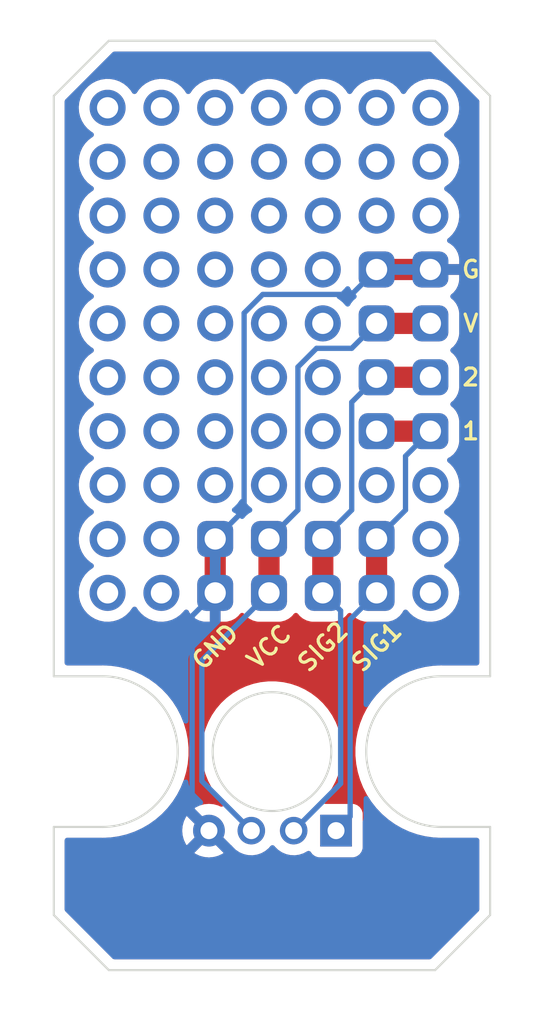
<source format=kicad_pcb>
(kicad_pcb (version 20211014) (generator pcbnew)
  (layers (0 "F.Cu" signal) (31 "B.Cu" signal) (34 "B.Paste" user) (35 "F.Paste" user) (36 "B.SilkS" user "B.Silkscreen") (37 "F.SilkS" user "F.Silkscreen") (38 "B.Mask" user) (39 "F.Mask" user) (44 "Edge.Cuts" user))
  (net 0 "")
  (net 1 "SIG1")
  (net 2 "VCC")
  (net 3 "GND")
  (net 4 "SIG2")
  (footprint "Connector_PinHeader_2.54mm:PinHeader_1x04_P2.54mm_Vertical" (layer "F.Cu") (at 154.94 86.36 180)
    (fp_text reference "REF**" hide)
    (fp_text value "PinHeader_1x04_P2.54mm_Vertical" hide)
    (pad "1" thru_hole roundrect (at 0 0 180) (size 1.7 1.7) (drill 1) (layers *.Cu *.Mask) (net 1 "SIG1"))
    (pad "2" thru_hole roundrect (at 0 2.54 180) (size 1.7 1.7) (drill 1) (layers *.Cu *.Mask) (net 4 "SIG2"))
    (pad "3" thru_hole roundrect (at 0 5.08 180) (size 1.7 1.7) (drill 1) (layers *.Cu *.Mask) (net 2 "VCC"))
    (pad "4" thru_hole roundrect (at 0 7.62 180) (size 1.7 1.7) (drill 1) (layers *.Cu *.Mask) (net 3 "GND"))
  )
  (footprint "Connector_PinSocket_2.54mm:PinSocket_1x07_P2.54mm_Vertical" (layer "F.Cu") (at 142.24 76.2 90)
    (fp_text reference "REF**" hide)
    (fp_text value "PinSocket_1x07_P2.54mm_Vertical" hide)
    (pad "1" thru_hole circle (at 0 0 90) (size 1.7 1.7) (drill 1) (layers *.Cu *.Mask))
    (pad "2" thru_hole oval (at 0 2.54 90) (size 1.7 1.7) (drill 1) (layers *.Cu *.Mask))
    (pad "3" thru_hole oval (at 0 5.08 90) (size 1.7 1.7) (drill 1) (layers *.Cu *.Mask))
    (pad "4" thru_hole oval (at 0 7.62 90) (size 1.7 1.7) (drill 1) (layers *.Cu *.Mask))
    (pad "5" thru_hole oval (at 0 10.16 90) (size 1.7 1.7) (drill 1) (layers *.Cu *.Mask))
    (pad "6" thru_hole oval (at 0 12.7 90) (size 1.7 1.7) (drill 1) (layers *.Cu *.Mask))
    (pad "7" thru_hole oval (at 0 15.24 90) (size 1.7 1.7) (drill 1) (layers *.Cu *.Mask))
  )
  (footprint "Connector_PinSocket_2.54mm:PinSocket_1x07_P2.54mm_Vertical" (layer "F.Cu") (at 142.24 71.12 90)
    (fp_text reference "REF**" hide)
    (fp_text value "PinSocket_1x07_P2.54mm_Vertical" hide)
    (pad "1" thru_hole circle (at 0 0 90) (size 1.7 1.7) (drill 1) (layers *.Cu *.Mask))
    (pad "2" thru_hole oval (at 0 2.54 90) (size 1.7 1.7) (drill 1) (layers *.Cu *.Mask))
    (pad "3" thru_hole oval (at 0 5.08 90) (size 1.7 1.7) (drill 1) (layers *.Cu *.Mask))
    (pad "4" thru_hole oval (at 0 7.62 90) (size 1.7 1.7) (drill 1) (layers *.Cu *.Mask))
    (pad "5" thru_hole oval (at 0 10.16 90) (size 1.7 1.7) (drill 1) (layers *.Cu *.Mask))
    (pad "6" thru_hole oval (at 0 12.7 90) (size 1.7 1.7) (drill 1) (layers *.Cu *.Mask))
    (pad "7" thru_hole oval (at 0 15.24 90) (size 1.7 1.7) (drill 1) (layers *.Cu *.Mask))
  )
  (footprint "0-MyLibrary:Grove-HW4-2.0-90D" (layer "F.Cu") (at 150.025 105.185 180)
    (fp_text reference "J8" hide)
    (fp_text value "I2C_1" hide)
    (pad "1" thru_hole rect (at -3 0 180) (size 1.5 1.5) (drill 0.8) (layers *.Cu *.Mask) (net 1 "SIG1"))
    (pad "2" thru_hole circle (at -1 0 180) (size 1.3 1.3) (drill 0.8) (layers *.Cu *.Mask) (net 4 "SIG2"))
    (pad "3" thru_hole circle (at 1 0 180) (size 1.3 1.3) (drill 0.8) (layers *.Cu *.Mask) (net 2 "VCC"))
    (pad "4" thru_hole circle (at 3 0 180) (size 1.5 1.5) (drill 0.8) (layers *.Cu *.Mask) (net 3 "GND"))
  )
  (footprint "Connector_PinHeader_2.54mm:PinHeader_1x05_P2.54mm_Vertical" (layer "F.Cu") (at 154.94 93.98 -90)
    (fp_text reference "REF**" hide)
    (fp_text value "PinHeader_1x05_P2.54mm_Vertical" hide)
    (pad "1" thru_hole roundrect (at 0 0 270) (size 1.7 1.7) (drill 1) (layers *.Cu *.Mask) (net 1 "SIG1"))
    (pad "2" thru_hole roundrect (at 0 2.54 270) (size 1.7 1.7) (drill 1) (layers *.Cu *.Mask) (net 4 "SIG2"))
    (pad "3" thru_hole roundrect (at 0 5.08 270) (size 1.7 1.7) (drill 1) (layers *.Cu *.Mask) (net 2 "VCC"))
    (pad "4" thru_hole roundrect (at 0 7.62 270) (size 1.7 1.7) (drill 1) (layers *.Cu *.Mask) (net 3 "GND"))
    (pad "5" thru_hole oval (at 0 10.16 270) (size 1.7 1.7) (drill 1) (layers *.Cu *.Mask))
  )
  (footprint "Connector_PinSocket_2.54mm:PinSocket_1x07_P2.54mm_Vertical" (layer "F.Cu") (at 142.24 88.9 90)
    (fp_text reference "REF**" hide)
    (fp_text value "PinSocket_1x07_P2.54mm_Vertical" hide)
    (pad "1" thru_hole circle (at 0 0 90) (size 1.7 1.7) (drill 1) (layers *.Cu *.Mask))
    (pad "2" thru_hole oval (at 0 2.54 90) (size 1.7 1.7) (drill 1) (layers *.Cu *.Mask))
    (pad "3" thru_hole oval (at 0 5.08 90) (size 1.7 1.7) (drill 1) (layers *.Cu *.Mask))
    (pad "4" thru_hole oval (at 0 7.62 90) (size 1.7 1.7) (drill 1) (layers *.Cu *.Mask))
    (pad "5" thru_hole oval (at 0 10.16 90) (size 1.7 1.7) (drill 1) (layers *.Cu *.Mask))
    (pad "6" thru_hole oval (at 0 12.7 90) (size 1.7 1.7) (drill 1) (layers *.Cu *.Mask))
    (pad "7" thru_hole oval (at 0 15.24 90) (size 1.7 1.7) (drill 1) (layers *.Cu *.Mask))
  )
  (footprint "Connector_PinHeader_2.54mm:PinHeader_1x04_P2.54mm_Vertical" (layer "F.Cu") (at 157.48 86.36 180)
    (fp_text reference "REF**" hide)
    (fp_text value "PinHeader_1x04_P2.54mm_Vertical" hide)
    (pad "1" thru_hole roundrect (at 0 0 180) (size 1.7 1.7) (drill 1) (layers *.Cu *.Mask) (net 1 "SIG1"))
    (pad "2" thru_hole roundrect (at 0 2.54 180) (size 1.7 1.7) (drill 1) (layers *.Cu *.Mask) (net 4 "SIG2"))
    (pad "3" thru_hole roundrect (at 0 5.08 180) (size 1.7 1.7) (drill 1) (layers *.Cu *.Mask) (net 2 "VCC"))
    (pad "4" thru_hole roundrect (at 0 7.62 180) (size 1.7 1.7) (drill 1) (layers *.Cu *.Mask) (net 3 "GND"))
  )
  (footprint "Connector_PinHeader_2.54mm:PinHeader_1x05_P2.54mm_Vertical" (layer "F.Cu") (at 154.94 91.44 -90)
    (fp_text reference "REF**" hide)
    (fp_text value "PinHeader_1x05_P2.54mm_Vertical" hide)
    (pad "1" thru_hole roundrect (at 0 0 270) (size 1.7 1.7) (drill 1) (layers *.Cu *.Mask) (net 1 "SIG1"))
    (pad "2" thru_hole roundrect (at 0 2.54 270) (size 1.7 1.7) (drill 1) (layers *.Cu *.Mask) (net 4 "SIG2"))
    (pad "3" thru_hole roundrect (at 0 5.08 270) (size 1.7 1.7) (drill 1) (layers *.Cu *.Mask) (net 2 "VCC"))
    (pad "4" thru_hole roundrect (at 0 7.62 270) (size 1.7 1.7) (drill 1) (layers *.Cu *.Mask) (net 3 "GND"))
    (pad "5" thru_hole oval (at 0 10.16 270) (size 1.7 1.7) (drill 1) (layers *.Cu *.Mask))
  )
  (footprint "Connector_PinSocket_2.54mm:PinSocket_1x07_P2.54mm_Vertical" (layer "F.Cu") (at 142.24 73.66 90)
    (fp_text reference "REF**" hide)
    (fp_text value "PinSocket_1x07_P2.54mm_Vertical" hide)
    (pad "1" thru_hole circle (at 0 0 90) (size 1.7 1.7) (drill 1) (layers *.Cu *.Mask))
    (pad "2" thru_hole oval (at 0 2.54 90) (size 1.7 1.7) (drill 1) (layers *.Cu *.Mask))
    (pad "3" thru_hole oval (at 0 5.08 90) (size 1.7 1.7) (drill 1) (layers *.Cu *.Mask))
    (pad "4" thru_hole oval (at 0 7.62 90) (size 1.7 1.7) (drill 1) (layers *.Cu *.Mask))
    (pad "5" thru_hole oval (at 0 10.16 90) (size 1.7 1.7) (drill 1) (layers *.Cu *.Mask))
    (pad "6" thru_hole oval (at 0 12.7 90) (size 1.7 1.7) (drill 1) (layers *.Cu *.Mask))
    (pad "7" thru_hole oval (at 0 15.24 90) (size 1.7 1.7) (drill 1) (layers *.Cu *.Mask))
  )
  (footprint "Connector_PinHeader_2.54mm:PinHeader_1x04_P2.54mm_Vertical" (layer "F.Cu") (at 149.86 86.36 180)
    (fp_text reference "REF**" hide)
    (fp_text value "PinHeader_1x04_P2.54mm_Vertical" hide)
    (pad "1" thru_hole circle (at 0 0 180) (size 1.7 1.7) (drill 1) (layers *.Cu *.Mask))
    (pad "2" thru_hole oval (at 0 2.54 180) (size 1.7 1.7) (drill 1) (layers *.Cu *.Mask))
    (pad "3" thru_hole oval (at 0 5.08 180) (size 1.7 1.7) (drill 1) (layers *.Cu *.Mask))
    (pad "4" thru_hole oval (at 0 7.62 180) (size 1.7 1.7) (drill 1) (layers *.Cu *.Mask))
  )
  (footprint "Connector_PinHeader_2.54mm:PinHeader_1x04_P2.54mm_Vertical" (layer "F.Cu") (at 152.4 86.36 180)
    (fp_text reference "REF**" hide)
    (fp_text value "PinHeader_1x04_P2.54mm_Vertical" hide)
    (pad "1" thru_hole circle (at 0 0 180) (size 1.7 1.7) (drill 1) (layers *.Cu *.Mask))
    (pad "2" thru_hole oval (at 0 2.54 180) (size 1.7 1.7) (drill 1) (layers *.Cu *.Mask))
    (pad "3" thru_hole oval (at 0 5.08 180) (size 1.7 1.7) (drill 1) (layers *.Cu *.Mask))
    (pad "4" thru_hole oval (at 0 7.62 180) (size 1.7 1.7) (drill 1) (layers *.Cu *.Mask))
  )
  (footprint "Connector_PinHeader_2.54mm:PinHeader_1x04_P2.54mm_Vertical" (layer "F.Cu") (at 144.78 86.36 180)
    (fp_text reference "REF**" hide)
    (fp_text value "PinHeader_1x04_P2.54mm_Vertical" hide)
    (pad "1" thru_hole circle (at 0 0 180) (size 1.7 1.7) (drill 1) (layers *.Cu *.Mask))
    (pad "2" thru_hole oval (at 0 2.54 180) (size 1.7 1.7) (drill 1) (layers *.Cu *.Mask))
    (pad "3" thru_hole oval (at 0 5.08 180) (size 1.7 1.7) (drill 1) (layers *.Cu *.Mask))
    (pad "4" thru_hole oval (at 0 7.62 180) (size 1.7 1.7) (drill 1) (layers *.Cu *.Mask))
  )
  (footprint "Connector_PinHeader_2.54mm:PinHeader_1x04_P2.54mm_Vertical" (layer "F.Cu") (at 147.32 86.36 180)
    (fp_text reference "REF**" hide)
    (fp_text value "PinHeader_1x04_P2.54mm_Vertical" hide)
    (pad "1" thru_hole circle (at 0 0 180) (size 1.7 1.7) (drill 1) (layers *.Cu *.Mask))
    (pad "2" thru_hole oval (at 0 2.54 180) (size 1.7 1.7) (drill 1) (layers *.Cu *.Mask))
    (pad "3" thru_hole oval (at 0 5.08 180) (size 1.7 1.7) (drill 1) (layers *.Cu *.Mask))
    (pad "4" thru_hole oval (at 0 7.62 180) (size 1.7 1.7) (drill 1) (layers *.Cu *.Mask))
  )
  (footprint "Connector_PinSocket_2.54mm:PinSocket_1x02_P2.54mm_Vertical" (layer "F.Cu") (at 157.48 91.44)
    (fp_text reference "REF**" hide)
    (fp_text value "PinSocket_1x02_P2.54mm_Vertical" hide)
    (pad "1" thru_hole circle (at 0 0) (size 1.7 1.7) (drill 1) (layers *.Cu *.Mask))
    (pad "2" thru_hole oval (at 0 2.54) (size 1.7 1.7) (drill 1) (layers *.Cu *.Mask))
  )
  (footprint "Connector_PinHeader_2.54mm:PinHeader_1x04_P2.54mm_Vertical" (layer "F.Cu") (at 142.24 86.36 180)
    (fp_text reference "REF**" hide)
    (fp_text value "PinHeader_1x04_P2.54mm_Vertical" hide)
    (pad "1" thru_hole circle (at 0 0 180) (size 1.7 1.7) (drill 1) (layers *.Cu *.Mask))
    (pad "2" thru_hole oval (at 0 2.54 180) (size 1.7 1.7) (drill 1) (layers *.Cu *.Mask))
    (pad "3" thru_hole oval (at 0 5.08 180) (size 1.7 1.7) (drill 1) (layers *.Cu *.Mask))
    (pad "4" thru_hole oval (at 0 7.62 180) (size 1.7 1.7) (drill 1) (layers *.Cu *.Mask))
  )
  (footprint "Connector_PinSocket_2.54mm:PinSocket_1x02_P2.54mm_Vertical" (layer "F.Cu") (at 142.24 91.44)
    (fp_text reference "REF**" hide)
    (fp_text value "PinSocket_1x02_P2.54mm_Vertical" hide)
    (pad "1" thru_hole circle (at 0 0) (size 1.7 1.7) (drill 1) (layers *.Cu *.Mask))
    (pad "2" thru_hole oval (at 0 2.54) (size 1.7 1.7) (drill 1) (layers *.Cu *.Mask))
  )
  (gr_line (start 142.3 111.76) (end 139.7 109.16) (layer "Edge.Cuts") (width 0.1))
  (gr_line (start 142 97.91) (end 139.7 97.91) (layer "Edge.Cuts") (width 0.1))
  (gr_circle (center 150 101.46) (end 152.8 101.46) (layer "Edge.Cuts") (width 0.1) (fill none))
  (gr_line (start 139.7 70.56) (end 142.3 67.96) (layer "Edge.Cuts") (width 0.1))
  (gr_arc (start 158 105.01) (mid 154.45 101.46) (end 158 97.91) (layer "Edge.Cuts") (width 0.1))
  (gr_line (start 142.3 67.96) (end 157.7 67.96) (layer "Edge.Cuts") (width 0.1))
  (gr_line (start 139.7 97.91) (end 139.7 70.56) (layer "Edge.Cuts") (width 0.1))
  (gr_line (start 160.3 109.16) (end 157.7 111.76) (layer "Edge.Cuts") (width 0.1))
  (gr_line (start 139.7 105.01) (end 142 105.01) (layer "Edge.Cuts") (width 0.1))
  (gr_line (start 160.3 105.01) (end 160.3 109.16) (layer "Edge.Cuts") (width 0.1))
  (gr_arc (start 142 97.91) (mid 145.55 101.46) (end 142 105.01) (layer "Edge.Cuts") (width 0.1))
  (gr_line (start 157.7 67.96) (end 160.3 70.56) (layer "Edge.Cuts") (width 0.1))
  (gr_line (start 160.3 97.91) (end 158 97.91) (layer "Edge.Cuts") (width 0.1))
  (gr_line (start 160.3 70.56) (end 160.3 97.91) (layer "Edge.Cuts") (width 0.1))
  (gr_line (start 158 105.01) (end 160.3 105.01) (layer "Edge.Cuts") (width 0.1))
  (gr_line (start 157.7 111.76) (end 142.3 111.76) (layer "Edge.Cuts") (width 0.1))
  (gr_line (start 139.7 109.16) (end 139.7 105.01) (layer "Edge.Cuts") (width 0.1))
  (gr_text "SIG1" (at 154.94 96.52 45) (layer "F.SilkS") (effects (font (size 0.8 0.8))))
  (gr_text "V" (at 159.385 81.28) (layer "F.SilkS") (effects (font (size 0.8 0.8))))
  (gr_text "2" (at 159.385 83.82) (layer "F.SilkS") (effects (font (size 0.8 0.8))))
  (gr_text "G" (at 159.385 78.74) (layer "F.SilkS") (effects (font (size 0.8 0.8))))
  (gr_text "SIG2" (at 152.4 96.52 45) (layer "F.SilkS") (effects (font (size 0.8 0.8))))
  (gr_text "1" (at 159.385 86.36) (layer "F.SilkS") (effects (font (size 0.8 0.8))))
  (gr_text "GND" (at 147.32 96.52 45) (layer "F.SilkS") (effects (font (size 0.8 0.8))))
  (gr_text "VCC" (at 149.86 96.52 45) (layer "F.SilkS") (effects (font (size 0.8 0.8))))
  (segment (start 154.94 93.98) (end 154.94 91.44) (width 1) (layer "F.Cu") (net 1))
  (segment (start 157.48 86.36) (end 154.94 86.36) (width 1) (layer "F.Cu") (net 1))
  (segment (start 154.94 91.44) (end 156.305489 90.074511) (width 0.25) (layer "B.Cu") (net 1))
  (segment (start 153.691455 104.518545) (end 153.691455 95.228545) (width 0.25) (layer "B.Cu") (net 1))
  (segment (start 153.691455 95.228545) (end 154.94 93.98) (width 0.25) (layer "B.Cu") (net 1))
  (segment (start 153.025 105.185) (end 153.691455 104.518545) (width 0.25) (layer "B.Cu") (net 1))
  (segment (start 156.305489 90.074511) (end 156.305489 87.534511) (width 0.25) (layer "B.Cu") (net 1))
  (segment (start 156.305489 87.534511) (end 157.48 86.36) (width 0.25) (layer "B.Cu") (net 1))
  (segment (start 157.48 81.28) (end 154.94 81.28) (width 1) (layer "F.Cu") (net 2))
  (segment (start 149.86 93.98) (end 149.86 91.44) (width 1) (layer "F.Cu") (net 2))
  (segment (start 149.86 91.44) (end 151.225489 90.074511) (width 0.25) (layer "B.Cu") (net 2))
  (segment (start 146.689787 102.849787) (end 146.689787 97.150213) (width 0.25) (layer "B.Cu") (net 2))
  (segment (start 146.689787 97.150213) (end 149.86 93.98) (width 0.25) (layer "B.Cu") (net 2))
  (segment (start 151.225489 90.074511) (end 151.225489 83.333501) (width 0.25) (layer "B.Cu") (net 2))
  (segment (start 152.104479 82.454511) (end 153.765489 82.454511) (width 0.25) (layer "B.Cu") (net 2))
  (segment (start 149.025 105.185) (end 146.689787 102.849787) (width 0.25) (layer "B.Cu") (net 2))
  (segment (start 151.225489 83.333501) (end 152.104479 82.454511) (width 0.25) (layer "B.Cu") (net 2))
  (segment (start 153.765489 82.454511) (end 154.94 81.28) (width 0.25) (layer "B.Cu") (net 2))
  (segment (start 147.32 91.44) (end 147.32 93.98) (width 1) (layer "F.Cu") (net 3))
  (segment (start 157.48 78.74) (end 154.94 78.74) (width 1) (layer "F.Cu") (net 3))
  (segment (start 149.564479 79.914511) (end 153.765489 79.914511) (width 0.25) (layer "B.Cu") (net 3))
  (segment (start 148.685489 90.074511) (end 148.685489 80.793501) (width 0.25) (layer "B.Cu") (net 3))
  (segment (start 147.025 105.185) (end 146.230786 104.390786) (width 0.25) (layer "B.Cu") (net 3))
  (segment (start 147.32 91.44) (end 148.685489 90.074511) (width 0.25) (layer "B.Cu") (net 3))
  (segment (start 148.685489 80.793501) (end 149.564479 79.914511) (width 0.25) (layer "B.Cu") (net 3))
  (segment (start 146.230786 104.390786) (end 146.230786 95.069214) (width 0.25) (layer "B.Cu") (net 3))
  (segment (start 146.230786 95.069214) (end 147.32 93.98) (width 0.25) (layer "B.Cu") (net 3))
  (segment (start 153.765489 79.914511) (end 154.94 78.74) (width 0.25) (layer "B.Cu") (net 3))
  (segment (start 152.4 93.98) (end 152.4 91.44) (width 1) (layer "F.Cu") (net 4))
  (segment (start 157.48 83.82) (end 154.94 83.82) (width 1) (layer "F.Cu") (net 4))
  (segment (start 153.241944 102.968056) (end 151.025 105.185) (width 0.25) (layer "B.Cu") (net 4))
  (segment (start 152.4 93.98) (end 153.241944 94.821944) (width 0.25) (layer "B.Cu") (net 4))
  (segment (start 153.765489 90.074511) (end 153.765489 84.994511) (width 0.25) (layer "B.Cu") (net 4))
  (segment (start 153.241944 94.821944) (end 153.241944 102.968056) (width 0.25) (layer "B.Cu") (net 4))
  (segment (start 153.765489 84.994511) (end 154.94 83.82) (width 0.25) (layer "B.Cu") (net 4))
  (segment (start 152.4 91.44) (end 153.765489 90.074511) (width 0.25) (layer "B.Cu") (net 4))
  (zone (net 3) (net_name "GND") (layers F&B.Cu) (connect_pads (clearance 0.508)) (min_thickness 0.254) (fill yes (thermal_gap 0.508) (thermal_bridge_width 0.508))
    (polygon (pts (xy 162.56 114.3) (xy 137.16 114.3) (xy 137.16 66.04) (xy 162.56 66.04)))
  )
)
</source>
